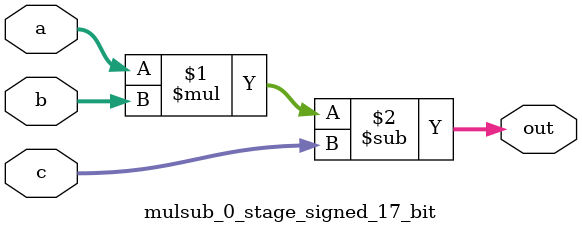
<source format=sv>
(* use_dsp = "yes" *) module mulsub_0_stage_signed_17_bit(
	input signed [16:0] a,
	input signed [16:0] b,
	input signed [16:0] c,
	output [16:0] out
	);

	assign out = (a * b) - c;
endmodule

</source>
